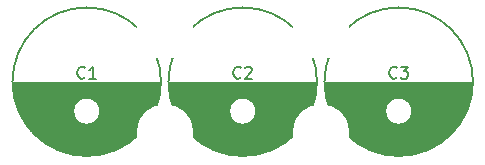
<source format=gto>
%FSLAX46Y46*%
G04 Gerber Fmt 4.6, Leading zero omitted, Abs format (unit mm)*
G04 Created by KiCad (PCBNEW (2014-08-31 BZR 5107)-product) date tor  6 aug 2015 12:44:02*
%MOMM*%
G01*
G04 APERTURE LIST*
%ADD10C,0.100000*%
%ADD11C,0.150000*%
%ADD12C,4.826000*%
%ADD13C,1.700000*%
%ADD14R,1.700000X1.700000*%
G04 APERTURE END LIST*
D10*
D11*
X181610000Y-103378000D02*
G75*
G03X181610000Y-103378000I-2286000J0D01*
G74*
G01*
X194818000Y-103378000D02*
G75*
G03X194818000Y-103378000I-2286000J0D01*
G74*
G01*
X194818000Y-94742000D02*
G75*
G03X194818000Y-94742000I-2286000J0D01*
G74*
G01*
X181610000Y-94742000D02*
G75*
G03X181610000Y-94742000I-2286000J0D01*
G74*
G01*
X178970000Y-99095000D02*
X166470000Y-99095000D01*
X178966000Y-99235000D02*
X166474000Y-99235000D01*
X178960000Y-99375000D02*
X166480000Y-99375000D01*
X178950000Y-99515000D02*
X166490000Y-99515000D01*
X178938000Y-99655000D02*
X166502000Y-99655000D01*
X178922000Y-99795000D02*
X166518000Y-99795000D01*
X178903000Y-99935000D02*
X166537000Y-99935000D01*
X178880000Y-100075000D02*
X166560000Y-100075000D01*
X178855000Y-100215000D02*
X166585000Y-100215000D01*
X178826000Y-100355000D02*
X166614000Y-100355000D01*
X178793000Y-100495000D02*
X173241000Y-100495000D01*
X172199000Y-100495000D02*
X166647000Y-100495000D01*
X178758000Y-100635000D02*
X173454000Y-100635000D01*
X171986000Y-100635000D02*
X166682000Y-100635000D01*
X178719000Y-100775000D02*
X173596000Y-100775000D01*
X171844000Y-100775000D02*
X166721000Y-100775000D01*
X178676000Y-100915000D02*
X173698000Y-100915000D01*
X171742000Y-100915000D02*
X166764000Y-100915000D01*
X178629000Y-101055000D02*
X173772000Y-101055000D01*
X171668000Y-101055000D02*
X166811000Y-101055000D01*
X178579000Y-101195000D02*
X173823000Y-101195000D01*
X171617000Y-101195000D02*
X166861000Y-101195000D01*
X178525000Y-101335000D02*
X173855000Y-101335000D01*
X171585000Y-101335000D02*
X166915000Y-101335000D01*
X178468000Y-101475000D02*
X173869000Y-101475000D01*
X171571000Y-101475000D02*
X166972000Y-101475000D01*
X178406000Y-101615000D02*
X173866000Y-101615000D01*
X171574000Y-101615000D02*
X167034000Y-101615000D01*
X178340000Y-101755000D02*
X173846000Y-101755000D01*
X171594000Y-101755000D02*
X167100000Y-101755000D01*
X178269000Y-101895000D02*
X173807000Y-101895000D01*
X171633000Y-101895000D02*
X167171000Y-101895000D01*
X178195000Y-102035000D02*
X173748000Y-102035000D01*
X171692000Y-102035000D02*
X167245000Y-102035000D01*
X178115000Y-102175000D02*
X173665000Y-102175000D01*
X171775000Y-102175000D02*
X167325000Y-102175000D01*
X178031000Y-102315000D02*
X173551000Y-102315000D01*
X171889000Y-102315000D02*
X167409000Y-102315000D01*
X177941000Y-102455000D02*
X173390000Y-102455000D01*
X172050000Y-102455000D02*
X167499000Y-102455000D01*
X177847000Y-102595000D02*
X173129000Y-102595000D01*
X172311000Y-102595000D02*
X167593000Y-102595000D01*
X177746000Y-102735000D02*
X167694000Y-102735000D01*
X177639000Y-102875000D02*
X167801000Y-102875000D01*
X177527000Y-103015000D02*
X167913000Y-103015000D01*
X177407000Y-103155000D02*
X168033000Y-103155000D01*
X177279000Y-103295000D02*
X168161000Y-103295000D01*
X177144000Y-103435000D02*
X168296000Y-103435000D01*
X177000000Y-103575000D02*
X168440000Y-103575000D01*
X176845000Y-103715000D02*
X168595000Y-103715000D01*
X176680000Y-103855000D02*
X168760000Y-103855000D01*
X176503000Y-103995000D02*
X168937000Y-103995000D01*
X176312000Y-104135000D02*
X169128000Y-104135000D01*
X176103000Y-104275000D02*
X169337000Y-104275000D01*
X175875000Y-104415000D02*
X169565000Y-104415000D01*
X175623000Y-104555000D02*
X169817000Y-104555000D01*
X175339000Y-104695000D02*
X170101000Y-104695000D01*
X175011000Y-104835000D02*
X170429000Y-104835000D01*
X174617000Y-104975000D02*
X170823000Y-104975000D01*
X174103000Y-105115000D02*
X171337000Y-105115000D01*
X173153000Y-105255000D02*
X172287000Y-105255000D01*
X173870000Y-101520000D02*
G75*
G03X173870000Y-101520000I-1150000J0D01*
G74*
G01*
X179007500Y-99020000D02*
G75*
G03X179007500Y-99020000I-6287500J0D01*
G74*
G01*
X192178000Y-99095000D02*
X179678000Y-99095000D01*
X192174000Y-99235000D02*
X179682000Y-99235000D01*
X192168000Y-99375000D02*
X179688000Y-99375000D01*
X192158000Y-99515000D02*
X179698000Y-99515000D01*
X192146000Y-99655000D02*
X179710000Y-99655000D01*
X192130000Y-99795000D02*
X179726000Y-99795000D01*
X192111000Y-99935000D02*
X179745000Y-99935000D01*
X192088000Y-100075000D02*
X179768000Y-100075000D01*
X192063000Y-100215000D02*
X179793000Y-100215000D01*
X192034000Y-100355000D02*
X179822000Y-100355000D01*
X192001000Y-100495000D02*
X186449000Y-100495000D01*
X185407000Y-100495000D02*
X179855000Y-100495000D01*
X191966000Y-100635000D02*
X186662000Y-100635000D01*
X185194000Y-100635000D02*
X179890000Y-100635000D01*
X191927000Y-100775000D02*
X186804000Y-100775000D01*
X185052000Y-100775000D02*
X179929000Y-100775000D01*
X191884000Y-100915000D02*
X186906000Y-100915000D01*
X184950000Y-100915000D02*
X179972000Y-100915000D01*
X191837000Y-101055000D02*
X186980000Y-101055000D01*
X184876000Y-101055000D02*
X180019000Y-101055000D01*
X191787000Y-101195000D02*
X187031000Y-101195000D01*
X184825000Y-101195000D02*
X180069000Y-101195000D01*
X191733000Y-101335000D02*
X187063000Y-101335000D01*
X184793000Y-101335000D02*
X180123000Y-101335000D01*
X191676000Y-101475000D02*
X187077000Y-101475000D01*
X184779000Y-101475000D02*
X180180000Y-101475000D01*
X191614000Y-101615000D02*
X187074000Y-101615000D01*
X184782000Y-101615000D02*
X180242000Y-101615000D01*
X191548000Y-101755000D02*
X187054000Y-101755000D01*
X184802000Y-101755000D02*
X180308000Y-101755000D01*
X191477000Y-101895000D02*
X187015000Y-101895000D01*
X184841000Y-101895000D02*
X180379000Y-101895000D01*
X191403000Y-102035000D02*
X186956000Y-102035000D01*
X184900000Y-102035000D02*
X180453000Y-102035000D01*
X191323000Y-102175000D02*
X186873000Y-102175000D01*
X184983000Y-102175000D02*
X180533000Y-102175000D01*
X191239000Y-102315000D02*
X186759000Y-102315000D01*
X185097000Y-102315000D02*
X180617000Y-102315000D01*
X191149000Y-102455000D02*
X186598000Y-102455000D01*
X185258000Y-102455000D02*
X180707000Y-102455000D01*
X191055000Y-102595000D02*
X186337000Y-102595000D01*
X185519000Y-102595000D02*
X180801000Y-102595000D01*
X190954000Y-102735000D02*
X180902000Y-102735000D01*
X190847000Y-102875000D02*
X181009000Y-102875000D01*
X190735000Y-103015000D02*
X181121000Y-103015000D01*
X190615000Y-103155000D02*
X181241000Y-103155000D01*
X190487000Y-103295000D02*
X181369000Y-103295000D01*
X190352000Y-103435000D02*
X181504000Y-103435000D01*
X190208000Y-103575000D02*
X181648000Y-103575000D01*
X190053000Y-103715000D02*
X181803000Y-103715000D01*
X189888000Y-103855000D02*
X181968000Y-103855000D01*
X189711000Y-103995000D02*
X182145000Y-103995000D01*
X189520000Y-104135000D02*
X182336000Y-104135000D01*
X189311000Y-104275000D02*
X182545000Y-104275000D01*
X189083000Y-104415000D02*
X182773000Y-104415000D01*
X188831000Y-104555000D02*
X183025000Y-104555000D01*
X188547000Y-104695000D02*
X183309000Y-104695000D01*
X188219000Y-104835000D02*
X183637000Y-104835000D01*
X187825000Y-104975000D02*
X184031000Y-104975000D01*
X187311000Y-105115000D02*
X184545000Y-105115000D01*
X186361000Y-105255000D02*
X185495000Y-105255000D01*
X187078000Y-101520000D02*
G75*
G03X187078000Y-101520000I-1150000J0D01*
G74*
G01*
X192215500Y-99020000D02*
G75*
G03X192215500Y-99020000I-6287500J0D01*
G74*
G01*
X205386000Y-99095000D02*
X192886000Y-99095000D01*
X205382000Y-99235000D02*
X192890000Y-99235000D01*
X205376000Y-99375000D02*
X192896000Y-99375000D01*
X205366000Y-99515000D02*
X192906000Y-99515000D01*
X205354000Y-99655000D02*
X192918000Y-99655000D01*
X205338000Y-99795000D02*
X192934000Y-99795000D01*
X205319000Y-99935000D02*
X192953000Y-99935000D01*
X205296000Y-100075000D02*
X192976000Y-100075000D01*
X205271000Y-100215000D02*
X193001000Y-100215000D01*
X205242000Y-100355000D02*
X193030000Y-100355000D01*
X205209000Y-100495000D02*
X199657000Y-100495000D01*
X198615000Y-100495000D02*
X193063000Y-100495000D01*
X205174000Y-100635000D02*
X199870000Y-100635000D01*
X198402000Y-100635000D02*
X193098000Y-100635000D01*
X205135000Y-100775000D02*
X200012000Y-100775000D01*
X198260000Y-100775000D02*
X193137000Y-100775000D01*
X205092000Y-100915000D02*
X200114000Y-100915000D01*
X198158000Y-100915000D02*
X193180000Y-100915000D01*
X205045000Y-101055000D02*
X200188000Y-101055000D01*
X198084000Y-101055000D02*
X193227000Y-101055000D01*
X204995000Y-101195000D02*
X200239000Y-101195000D01*
X198033000Y-101195000D02*
X193277000Y-101195000D01*
X204941000Y-101335000D02*
X200271000Y-101335000D01*
X198001000Y-101335000D02*
X193331000Y-101335000D01*
X204884000Y-101475000D02*
X200285000Y-101475000D01*
X197987000Y-101475000D02*
X193388000Y-101475000D01*
X204822000Y-101615000D02*
X200282000Y-101615000D01*
X197990000Y-101615000D02*
X193450000Y-101615000D01*
X204756000Y-101755000D02*
X200262000Y-101755000D01*
X198010000Y-101755000D02*
X193516000Y-101755000D01*
X204685000Y-101895000D02*
X200223000Y-101895000D01*
X198049000Y-101895000D02*
X193587000Y-101895000D01*
X204611000Y-102035000D02*
X200164000Y-102035000D01*
X198108000Y-102035000D02*
X193661000Y-102035000D01*
X204531000Y-102175000D02*
X200081000Y-102175000D01*
X198191000Y-102175000D02*
X193741000Y-102175000D01*
X204447000Y-102315000D02*
X199967000Y-102315000D01*
X198305000Y-102315000D02*
X193825000Y-102315000D01*
X204357000Y-102455000D02*
X199806000Y-102455000D01*
X198466000Y-102455000D02*
X193915000Y-102455000D01*
X204263000Y-102595000D02*
X199545000Y-102595000D01*
X198727000Y-102595000D02*
X194009000Y-102595000D01*
X204162000Y-102735000D02*
X194110000Y-102735000D01*
X204055000Y-102875000D02*
X194217000Y-102875000D01*
X203943000Y-103015000D02*
X194329000Y-103015000D01*
X203823000Y-103155000D02*
X194449000Y-103155000D01*
X203695000Y-103295000D02*
X194577000Y-103295000D01*
X203560000Y-103435000D02*
X194712000Y-103435000D01*
X203416000Y-103575000D02*
X194856000Y-103575000D01*
X203261000Y-103715000D02*
X195011000Y-103715000D01*
X203096000Y-103855000D02*
X195176000Y-103855000D01*
X202919000Y-103995000D02*
X195353000Y-103995000D01*
X202728000Y-104135000D02*
X195544000Y-104135000D01*
X202519000Y-104275000D02*
X195753000Y-104275000D01*
X202291000Y-104415000D02*
X195981000Y-104415000D01*
X202039000Y-104555000D02*
X196233000Y-104555000D01*
X201755000Y-104695000D02*
X196517000Y-104695000D01*
X201427000Y-104835000D02*
X196845000Y-104835000D01*
X201033000Y-104975000D02*
X197239000Y-104975000D01*
X200519000Y-105115000D02*
X197753000Y-105115000D01*
X199569000Y-105255000D02*
X198703000Y-105255000D01*
X200286000Y-101520000D02*
G75*
G03X200286000Y-101520000I-1150000J0D01*
G74*
G01*
X205423500Y-99020000D02*
G75*
G03X205423500Y-99020000I-6287500J0D01*
G74*
G01*
X172553334Y-98655143D02*
X172505715Y-98702762D01*
X172362858Y-98750381D01*
X172267620Y-98750381D01*
X172124762Y-98702762D01*
X172029524Y-98607524D01*
X171981905Y-98512286D01*
X171934286Y-98321810D01*
X171934286Y-98178952D01*
X171981905Y-97988476D01*
X172029524Y-97893238D01*
X172124762Y-97798000D01*
X172267620Y-97750381D01*
X172362858Y-97750381D01*
X172505715Y-97798000D01*
X172553334Y-97845619D01*
X173505715Y-98750381D02*
X172934286Y-98750381D01*
X173220000Y-98750381D02*
X173220000Y-97750381D01*
X173124762Y-97893238D01*
X173029524Y-97988476D01*
X172934286Y-98036095D01*
X185761334Y-98655143D02*
X185713715Y-98702762D01*
X185570858Y-98750381D01*
X185475620Y-98750381D01*
X185332762Y-98702762D01*
X185237524Y-98607524D01*
X185189905Y-98512286D01*
X185142286Y-98321810D01*
X185142286Y-98178952D01*
X185189905Y-97988476D01*
X185237524Y-97893238D01*
X185332762Y-97798000D01*
X185475620Y-97750381D01*
X185570858Y-97750381D01*
X185713715Y-97798000D01*
X185761334Y-97845619D01*
X186142286Y-97845619D02*
X186189905Y-97798000D01*
X186285143Y-97750381D01*
X186523239Y-97750381D01*
X186618477Y-97798000D01*
X186666096Y-97845619D01*
X186713715Y-97940857D01*
X186713715Y-98036095D01*
X186666096Y-98178952D01*
X186094667Y-98750381D01*
X186713715Y-98750381D01*
X198969334Y-98655143D02*
X198921715Y-98702762D01*
X198778858Y-98750381D01*
X198683620Y-98750381D01*
X198540762Y-98702762D01*
X198445524Y-98607524D01*
X198397905Y-98512286D01*
X198350286Y-98321810D01*
X198350286Y-98178952D01*
X198397905Y-97988476D01*
X198445524Y-97893238D01*
X198540762Y-97798000D01*
X198683620Y-97750381D01*
X198778858Y-97750381D01*
X198921715Y-97798000D01*
X198969334Y-97845619D01*
X199302667Y-97750381D02*
X199921715Y-97750381D01*
X199588381Y-98131333D01*
X199731239Y-98131333D01*
X199826477Y-98178952D01*
X199874096Y-98226571D01*
X199921715Y-98321810D01*
X199921715Y-98559905D01*
X199874096Y-98655143D01*
X199826477Y-98702762D01*
X199731239Y-98750381D01*
X199445524Y-98750381D01*
X199350286Y-98702762D01*
X199302667Y-98655143D01*
%LPC*%
D12*
X179324000Y-103378000D03*
X192532000Y-103378000D03*
X192532000Y-94742000D03*
X179324000Y-94742000D03*
D13*
X172720000Y-101520000D03*
D14*
X172720000Y-96520000D03*
D13*
X185928000Y-101520000D03*
D14*
X185928000Y-96520000D03*
D13*
X199136000Y-101520000D03*
D14*
X199136000Y-96520000D03*
M02*

</source>
